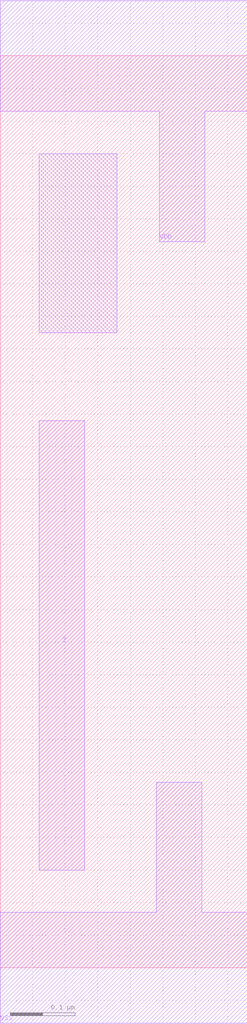
<source format=lef>
# 
# ******************************************************************************
# *                                                                            *
# *                   Copyright (C) 2004-2010, Nangate Inc.                    *
# *                           All rights reserved.                             *
# *                                                                            *
# * Nangate and the Nangate logo are trademarks of Nangate Inc.                *
# *                                                                            *
# * All trademarks, logos, software marks, and trade names (collectively the   *
# * "Marks") in this program are proprietary to Nangate or other respective    *
# * owners that have granted Nangate the right and license to use such Marks.  *
# * You are not permitted to use the Marks without the prior written consent   *
# * of Nangate or such third party that may own the Marks.                     *
# *                                                                            *
# * This file has been provided pursuant to a License Agreement containing     *
# * restrictions on its use. This file contains valuable trade secrets and     *
# * proprietary information of Nangate Inc., and is protected by U.S. and      *
# * international laws and/or treaties.                                        *
# *                                                                            *
# * The copyright notice(s) in this file does not indicate actual or intended  *
# * publication of this file.                                                  *
# *                                                                            *
# *     NGLibraryCreator, v2010.08-HR32-SP3-2010-08-05 - build 1009061800      *
# *                                                                            *
# ******************************************************************************
# 
# 
# Running on brazil06.nangate.com.br for user Giancarlo Franciscatto (gfr).
# Local time is now Fri, 3 Dec 2010, 19:32:18.
# Main process id is 27821.

VERSION 5.6 ;
BUSBITCHARS "[]" ;
DIVIDERCHAR "/" ;

MACRO LOGIC0_X1
  CLASS core ;
  FOREIGN LOGIC0_X1 0.0 0.0 ;
  ORIGIN 0 0 ;
  SYMMETRY X Y ;
  SITE FreePDK45_38x28_10R_NP_162NW_34O ;
  SIZE 0.38 BY 1.4 ;
  PIN Z
    DIRECTION OUTPUT ;
    ANTENNAPARTIALMETALAREA 0.0483 LAYER metal1 ;
    ANTENNAPARTIALMETALSIDEAREA 0.1976 LAYER metal1 ;
    ANTENNADIFFAREA 0.00945 ;
    PORT
      LAYER metal1 ;
        POLYGON 0.06 0.15 0.13 0.15 0.13 0.84 0.06 0.84  ;
    END
  END Z
  PIN VDD
    DIRECTION INOUT ;
    USE power ;
    SHAPE ABUTMENT ;
    PORT
      LAYER metal1 ;
        POLYGON 0 1.315 0.18 1.315 0.245 1.315 0.245 1.115 0.315 1.115 0.315 1.315 0.38 1.315 0.38 1.485 0.18 1.485 0 1.485  ;
    END
  END VDD
  PIN VSS
    DIRECTION INOUT ;
    USE ground ;
    SHAPE ABUTMENT ;
    PORT
      LAYER metal1 ;
        POLYGON 0 -0.085 0.38 -0.085 0.38 0.085 0.31 0.085 0.31 0.285 0.24 0.285 0.24 0.085 0 0.085  ;
    END
  END VSS
  OBS
      LAYER metal1 ;
        POLYGON 0.06 0.975 0.18 0.975 0.18 1.25 0.06 1.25  ;
  END
END LOGIC0_X1

END LIBRARY
#
# End of file
#

</source>
